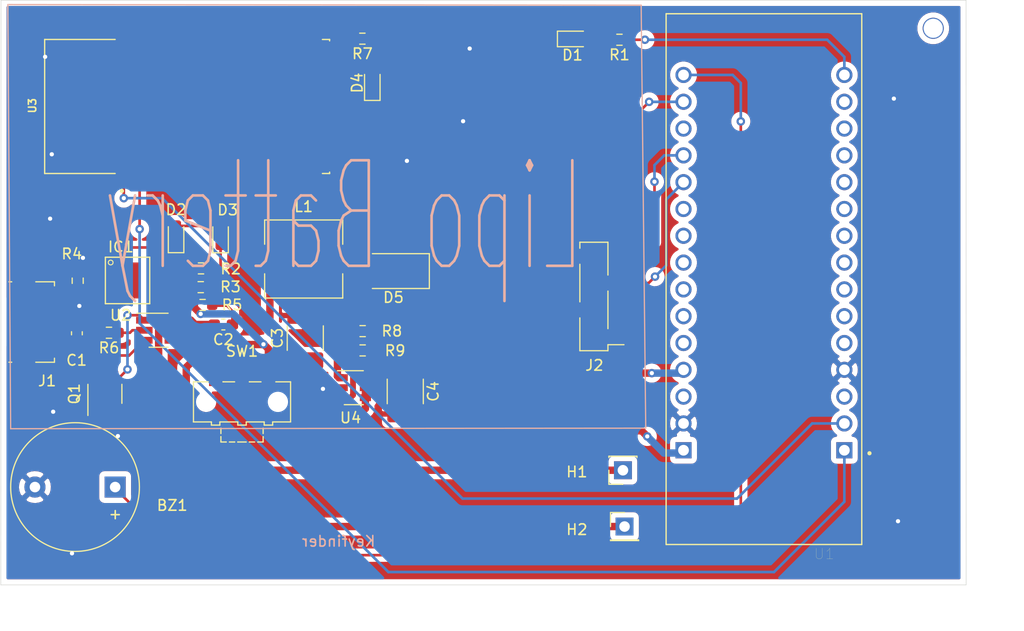
<source format=kicad_pcb>
(kicad_pcb (version 20171130) (host pcbnew 5.1.9-73d0e3b20d~88~ubuntu20.04.1)
  (layers (0 F.Cu signal hide) (31 B.Cu signal hide) (34 B.Paste user) (35 F.Paste user) (36 B.SilkS user) (37 F.SilkS user) (38 B.Mask user) (39 F.Mask user) (44 Edge.Cuts user))
  (net 0 "")
  (net 1 GNDREF)
  (net 2 +3V3)
  (net 3 +5V)
  (net 4 "Net-(C2-Pad2)")
  (net 5 "Net-(C2-Pad1)")
  (net 6 "Net-(C3-Pad1)")
  (net 7 "Net-(D2-Pad1)")
  (net 8 "Net-(D4-Pad2)")
  (net 9 "Net-(H1-Pad1)")
  (net 10 "Net-(IC1-Pad2)")
  (net 11 "Net-(IC1-Pad6)")
  (net 12 "Net-(IC1-Pad7)")
  (net 13 "Net-(J1-Pad2)")
  (net 14 "Net-(J1-Pad3)")
  (net 15 "Net-(J1-Pad4)")
  (net 16 "Net-(J1-Pad6)")
  (net 17 "Net-(Q1-Pad6)")
  (net 18 "Net-(Q1-Pad4)")
  (net 19 "Net-(R7-Pad2)")
  (net 20 "Net-(SW1-Pad1)")
  (net 21 +5VD)
  (net 22 +5VL)
  (net 23 "Net-(D1-Pad2)")
  (net 24 "Net-(D3-Pad1)")
  (net 25 "Net-(D5-Pad2)")
  (net 26 /RX-BL)
  (net 27 /TX-BL)
  (net 28 /TX-GPS)
  (net 29 /RX-GPS)
  (net 30 "Net-(R6-Pad1)")
  (net 31 "Net-(R8-Pad2)")
  (net 32 "Net-(BZ1-Pad1)")
  (net 33 "Net-(R1-Pad1)")
  (net 34 "Net-(U3-Pad4)")
  (net 35 "Net-(U4-Pad6)")
  (net 36 "Net-(U1-PadCN4_3)")
  (net 37 "Net-(U1-PadCN4_5)")
  (net 38 "Net-(U1-PadCN4_6)")
  (net 39 "Net-(U1-PadCN4_7)")
  (net 40 "Net-(U1-PadCN4_8)")
  (net 41 "Net-(U1-PadCN4_9)")
  (net 42 "Net-(U1-PadCN4_10)")
  (net 43 "Net-(U1-PadCN4_13)")
  (net 44 "Net-(U1-PadCN3_3)")
  (net 45 "Net-(U1-PadCN3_5)")
  (net 46 "Net-(U1-PadCN3_6)")
  (net 47 "Net-(U1-PadCN3_7)")
  (net 48 "Net-(U1-PadCN3_8)")
  (net 49 "Net-(U1-PadCN3_9)")
  (net 50 "Net-(U1-PadCN3_10)")
  (net 51 "Net-(U1-PadCN3_11)")
  (net 52 "Net-(U1-PadCN3_12)")
  (net 53 "Net-(U1-PadCN3_13)")
  (net 54 "Net-(U1-PadCN3_14)")
  (net 55 "Net-(U2-Pad4)")
  (net 56 "Net-(U3-Pad11)")
  (net 57 "Net-(U3-Pad10)")
  (net 58 "Net-(U3-Pad9)")
  (net 59 "Net-(U3-Pad8)")
  (net 60 "Net-(U3-Pad7)")
  (net 61 "Net-(U3-Pad6)")
  (net 62 "Net-(U3-Pad5)")
  (net 63 "Net-(U3-Pad3)")
  (net 64 "Net-(U3-Pad34)")
  (net 65 "Net-(U3-Pad33)")
  (net 66 "Net-(U3-Pad32)")
  (net 67 "Net-(U3-Pad30)")
  (net 68 "Net-(U3-Pad29)")
  (net 69 "Net-(U3-Pad28)")
  (net 70 "Net-(U3-Pad27)")
  (net 71 "Net-(U3-Pad26)")
  (net 72 "Net-(U3-Pad25)")
  (net 73 "Net-(U3-Pad24)")
  (net 74 "Net-(U3-Pad23)")
  (net 75 "Net-(U3-Pad20)")
  (net 76 "Net-(U3-Pad19)")
  (net 77 "Net-(U3-Pad18)")
  (net 78 "Net-(U3-Pad16)")
  (net 79 "Net-(U3-Pad15)")
  (net 80 "Net-(U3-Pad17)")
  (module mes_empreintes:SOP-8 (layer F.Cu) (at 50.0888 77.343)
    (fp_text reference IC1 (at -0.63517 -3.1759) (layer F.SilkS) (effects (font (size 1.000283 1.000283))))
    (fp_text value TP4056)
    (fp_poly (pts (xy -1.20026 -1.7) (xy 1.2 -1.7) (xy 1.2 1.70037) (xy -1.20026 1.70037)) (layer F.Cu) (width 0.01))
    (pad 4 smd rect (at -2.75 1.905) (size 1.3 0.7) (layers F.Cu F.Paste F.Mask) (net 21 +5VD))
    (pad 3 smd rect (at -2.75 0.635) (size 1.3 0.7) (layers F.Cu F.Paste F.Mask) (net 1 GNDREF))
    (pad 1 smd rect (at -2.75 -1.905) (size 1.3 0.7) (layers F.Cu F.Paste F.Mask) (net 1 GNDREF))
    (pad 2 smd rect (at -2.75 -0.635) (size 1.3 0.7) (layers F.Cu F.Paste F.Mask) (net 10 "Net-(IC1-Pad2)"))
    (pad 5 smd rect (at 2.75 1.905) (size 1.3 0.7) (layers F.Cu F.Paste F.Mask) (net 9 "Net-(H1-Pad1)"))
    (pad 6 smd rect (at 2.75 0.635) (size 1.3 0.7) (layers F.Cu F.Paste F.Mask) (net 11 "Net-(IC1-Pad6)"))
    (pad 8 smd rect (at 2.75 -1.905) (size 1.3 0.7) (layers F.Cu F.Paste F.Mask) (net 21 +5VD))
    (pad 7 smd rect (at 2.75 -0.635) (size 1.3 0.7) (layers F.Cu F.Paste F.Mask) (net 12 "Net-(IC1-Pad7)"))
  )
  (module Package_TO_SOT_SMD:SOT-23-6_Handsoldering (layer F.Cu) (at 53.02888 82.05976)
    (fp_text reference U2 (at -3.59792 -1.42236) (layer F.SilkS))
    (fp_text value FS312F-G)
    (pad 5 smd rect (at 1.35 0) (size 1.56 0.65) (layers F.Cu F.Paste F.Mask) (net 5 "Net-(C2-Pad1)"))
    (pad 6 smd rect (at 1.35 -0.95) (size 1.56 0.65) (layers F.Cu F.Paste F.Mask) (net 4 "Net-(C2-Pad2)"))
    (pad 4 smd rect (at 1.35 0.95) (size 1.56 0.65) (layers F.Cu F.Paste F.Mask) (net 55 "Net-(U2-Pad4)"))
    (pad 3 smd rect (at -1.35 0.95) (size 1.56 0.65) (layers F.Cu F.Paste F.Mask) (net 17 "Net-(Q1-Pad6)"))
    (pad 2 smd rect (at -1.35 0) (size 1.56 0.65) (layers F.Cu F.Paste F.Mask) (net 30 "Net-(R6-Pad1)"))
    (pad 1 smd rect (at -1.35 -0.95) (size 1.56 0.65) (layers F.Cu F.Paste F.Mask) (net 18 "Net-(Q1-Pad4)"))
  )
  (module Package_TO_SOT_SMD:SOT-23-6_Handsoldering (layer F.Cu) (at 47.94252 88.08468 90)
    (fp_text reference Q1 (at 0 -2.9 90) (layer F.SilkS))
    (fp_text value FS8205)
    (pad 5 smd rect (at 1.35 0 90) (size 1.56 0.65) (layers F.Cu F.Paste F.Mask))
    (pad 6 smd rect (at 1.35 -0.95 90) (size 1.56 0.65) (layers F.Cu F.Paste F.Mask) (net 17 "Net-(Q1-Pad6)"))
    (pad 4 smd rect (at 1.35 0.95 90) (size 1.56 0.65) (layers F.Cu F.Paste F.Mask) (net 18 "Net-(Q1-Pad4)"))
    (pad 3 smd rect (at -1.35 0.95 90) (size 1.56 0.65) (layers F.Cu F.Paste F.Mask) (net 4 "Net-(C2-Pad2)"))
    (pad 2 smd rect (at -1.35 0 90) (size 1.56 0.65) (layers F.Cu F.Paste F.Mask))
    (pad 1 smd rect (at -1.35 -0.95 90) (size 1.56 0.65) (layers F.Cu F.Paste F.Mask) (net 1 GNDREF))
  )
  (module Connector_PinHeader_2.54mm:PinHeader_1x04_P2.54mm_Vertical_SMD_Pin1Left (layer F.Cu) (at 94.2772 78.8594 180)
    (fp_text reference J2 (at -0.04572 -6.5278) (layer F.SilkS))
    (fp_text value GPS-NEO)
    (pad 4 smd rect (at 1.655 3.81 180) (size 2.51 1) (layers F.Cu F.Paste F.Mask) (net 3 +5V))
    (pad 2 smd rect (at 1.655 -1.27 180) (size 2.51 1) (layers F.Cu F.Paste F.Mask) (net 29 /RX-GPS))
    (pad 3 smd rect (at -1.655 1.27 180) (size 2.51 1) (layers F.Cu F.Paste F.Mask) (net 28 /TX-GPS))
    (pad 1 smd rect (at -1.655 -3.81 180) (size 2.51 1) (layers F.Cu F.Paste F.Mask) (net 1 GNDREF))
  )
  (module Inductor_SMD:L_7.3x7.3_H4.5 (layer F.Cu) (at 66.7766 75.311)
    (fp_text reference L1 (at -0.00252 -4.9606) (layer F.SilkS))
    (fp_text value 22µH)
    (pad 2 smd rect (at 3.2 0) (size 1.5 2.2) (layers F.Cu F.Paste F.Mask) (net 25 "Net-(D5-Pad2)"))
    (pad 1 smd rect (at -3.2 0) (size 1.5 2.2) (layers F.Cu F.Paste F.Mask) (net 6 "Net-(C3-Pad1)"))
  )
  (module Connector_PinHeader_2.54mm:PinHeader_1x01_P2.54mm_Vertical (layer F.Cu) (at 97.1804 100.6602)
    (fp_text reference H2 (at -4.51864 0.29212) (layer F.SilkS))
    (fp_text value BAT-)
    (pad 1 thru_hole rect (at 0 0) (size 1.7 1.7) (drill 1) (layers *.Cu *.Mask) (net 4 "Net-(C2-Pad2)"))
  )
  (module Connector_PinSocket_2.54mm:PinSocket_1x01_P2.54mm_Vertical (layer F.Cu) (at 97.028 95.3262 180)
    (fp_text reference H1 (at 4.36624 -0.16004) (layer F.SilkS))
    (fp_text value BAT+)
    (pad 1 thru_hole rect (at 0 0 180) (size 1.7 1.7) (drill 1) (layers *.Cu *.Mask) (net 9 "Net-(H1-Pad1)"))
  )
  (module Connector_USB:USB_Micro-B_Molex_47346-0001 (layer F.Cu) (at 41.4528 81.28 270)
    (fp_text reference J1 (at 5.5804 -1.01348) (layer F.SilkS))
    (fp_text value USB_B_Micro)
    (pad 6 smd rect (at 1.55 1.2 270) (size 1 1.9) (layers F.Cu F.Paste F.Mask) (net 16 "Net-(J1-Pad6)"))
    (pad 6 smd rect (at -1.15 1.2 270) (size 1.8 1.9) (layers F.Cu F.Paste F.Mask) (net 16 "Net-(J1-Pad6)"))
    (pad 6 smd rect (at 3.375 1.2 270) (size 1.65 1.3) (layers F.Cu F.Paste F.Mask) (net 16 "Net-(J1-Pad6)"))
    (pad 6 smd rect (at -3.375 1.2 270) (size 1.65 1.3) (layers F.Cu F.Paste F.Mask) (net 16 "Net-(J1-Pad6)"))
    (pad 6 smd rect (at 2.4875 -1.375 270) (size 1.425 1.55) (layers F.Cu F.Paste F.Mask) (net 16 "Net-(J1-Pad6)"))
    (pad 6 smd rect (at -2.4875 -1.375 270) (size 1.425 1.55) (layers F.Cu F.Paste F.Mask) (net 16 "Net-(J1-Pad6)"))
    (pad 5 smd rect (at 1.3 -1.46 270) (size 0.45 1.38) (layers F.Cu F.Paste F.Mask) (net 1 GNDREF))
    (pad 4 smd rect (at 0.65 -1.46 270) (size 0.45 1.38) (layers F.Cu F.Paste F.Mask) (net 15 "Net-(J1-Pad4)"))
    (pad 3 smd rect (at 0 -1.46 270) (size 0.45 1.38) (layers F.Cu F.Paste F.Mask) (net 14 "Net-(J1-Pad3)"))
    (pad 2 smd rect (at -0.65 -1.46 270) (size 0.45 1.38) (layers F.Cu F.Paste F.Mask) (net 13 "Net-(J1-Pad2)"))
    (pad 1 smd rect (at -1.3 -1.46 270) (size 0.45 1.38) (layers F.Cu F.Paste F.Mask) (net 21 +5VD))
  )
  (module Package_TO_SOT_SMD:SOT-23-6 (layer F.Cu) (at 71.5264 87.503)
    (fp_text reference U4 (at -0.30732 2.85752) (layer F.SilkS))
    (fp_text value MT3608)
    (pad 5 smd rect (at 1.1 0) (size 1.06 0.65) (layers F.Cu F.Paste F.Mask) (net 6 "Net-(C3-Pad1)"))
    (pad 6 smd rect (at 1.1 -0.95) (size 1.06 0.65) (layers F.Cu F.Paste F.Mask) (net 35 "Net-(U4-Pad6)"))
    (pad 4 smd rect (at 1.1 0.95) (size 1.06 0.65) (layers F.Cu F.Paste F.Mask) (net 6 "Net-(C3-Pad1)"))
    (pad 3 smd rect (at -1.1 0.95) (size 1.06 0.65) (layers F.Cu F.Paste F.Mask) (net 31 "Net-(R8-Pad2)"))
    (pad 2 smd rect (at -1.1 0) (size 1.06 0.65) (layers F.Cu F.Paste F.Mask) (net 1 GNDREF))
    (pad 1 smd rect (at -1.1 -0.95) (size 1.06 0.65) (layers F.Cu F.Paste F.Mask) (net 25 "Net-(D5-Pad2)"))
  )
  (module "HC-05(1):XCVR_HC-05" (layer F.Cu) (at 56.0578 60.8584 90)
    (fp_text reference U3 (at 0.07364 -14.98344 90) (layer F.SilkS) (effects (font (size 0.700643 0.700643))))
    (fp_text value HC-05)
    (pad 13 smd rect (at -6.35 11.675 90) (size 1.3 1) (layers F.Cu F.Paste F.Mask) (net 1 GNDREF))
    (pad 12 smd rect (at -6.35 10.175 90) (size 1.3 1) (layers F.Cu F.Paste F.Mask) (net 2 +3V3))
    (pad 11 smd rect (at -6.35 8.675 90) (size 1.3 1) (layers F.Cu F.Paste F.Mask) (net 56 "Net-(U3-Pad11)"))
    (pad 10 smd rect (at -6.35 7.175 90) (size 1.3 1) (layers F.Cu F.Paste F.Mask) (net 57 "Net-(U3-Pad10)"))
    (pad 9 smd rect (at -6.35 5.675 90) (size 1.3 1) (layers F.Cu F.Paste F.Mask) (net 58 "Net-(U3-Pad9)"))
    (pad 8 smd rect (at -6.35 4.175 90) (size 1.3 1) (layers F.Cu F.Paste F.Mask) (net 59 "Net-(U3-Pad8)"))
    (pad 7 smd rect (at -6.35 2.675 90) (size 1.3 1) (layers F.Cu F.Paste F.Mask) (net 60 "Net-(U3-Pad7)"))
    (pad 6 smd rect (at -6.35 1.175 90) (size 1.3 1) (layers F.Cu F.Paste F.Mask) (net 61 "Net-(U3-Pad6)"))
    (pad 5 smd rect (at -6.35 -0.325 90) (size 1.3 1) (layers F.Cu F.Paste F.Mask) (net 62 "Net-(U3-Pad5)"))
    (pad 4 smd rect (at -6.35 -1.825 90) (size 1.3 1) (layers F.Cu F.Paste F.Mask) (net 34 "Net-(U3-Pad4)"))
    (pad 3 smd rect (at -6.35 -3.325 90) (size 1.3 1) (layers F.Cu F.Paste F.Mask) (net 63 "Net-(U3-Pad3)"))
    (pad 2 smd rect (at -6.35 -4.825 90) (size 1.3 1) (layers F.Cu F.Paste F.Mask) (net 27 /TX-BL))
    (pad 1 smd rect (at -6.35 -6.325 90) (size 1.3 1) (layers F.Cu F.Paste F.Mask) (net 26 /RX-BL))
    (pad 34 smd rect (at 6.35 -6.325 90) (size 1.3 1) (layers F.Cu F.Paste F.Mask) (net 64 "Net-(U3-Pad34)"))
    (pad 33 smd rect (at 6.35 -4.825 90) (size 1.3 1) (layers F.Cu F.Paste F.Mask) (net 65 "Net-(U3-Pad33)"))
    (pad 32 smd rect (at 6.35 -3.325 90) (size 1.3 1) (layers F.Cu F.Paste F.Mask) (net 66 "Net-(U3-Pad32)"))
    (pad 31 smd rect (at 6.35 -1.825 90) (size 1.3 1) (layers F.Cu F.Paste F.Mask) (net 19 "Net-(R7-Pad2)"))
    (pad 30 smd rect (at 6.35 -0.325 90) (size 1.3 1) (layers F.Cu F.Paste F.Mask) (net 67 "Net-(U3-Pad30)"))
    (pad 29 smd rect (at 6.35 1.175 90) (size 1.3 1) (layers F.Cu F.Paste F.Mask) (net 68 "Net-(U3-Pad29)"))
    (pad 28 smd rect (at 6.35 2.675 90) (size 1.3 1) (layers F.Cu F.Paste F.Mask) (net 69 "Net-(U3-Pad28)"))
    (pad 27 smd rect (at 6.35 4.175 90) (size 1.3 1) (layers F.Cu F.Paste F.Mask) (net 70 "Net-(U3-Pad27)"))
    (pad 26 smd rect (at 6.35 5.675 90) (size 1.3 1) (layers F.Cu F.Paste F.Mask) (net 71 "Net-(U3-Pad26)"))
    (pad 25 smd rect (at 6.35 7.175 90) (size 1.3 1) (layers F.Cu F.Paste F.Mask) (net 72 "Net-(U3-Pad25)"))
    (pad 24 smd rect (at 6.35 8.675 90) (size 1.3 1) (layers F.Cu F.Paste F.Mask) (net 73 "Net-(U3-Pad24)"))
    (pad 23 smd rect (at 6.35 10.175 90) (size 1.3 1) (layers F.Cu F.Paste F.Mask) (net 74 "Net-(U3-Pad23)"))
    (pad 22 smd rect (at 6.35 11.675 90) (size 1.3 1) (layers F.Cu F.Paste F.Mask) (net 1 GNDREF))
    (pad 21 smd rect (at 5.25 13.175 90) (size 1 1.3) (layers F.Cu F.Paste F.Mask) (net 1 GNDREF))
    (pad 20 smd rect (at 3.75 13.175 90) (size 1 1.3) (layers F.Cu F.Paste F.Mask) (net 75 "Net-(U3-Pad20)"))
    (pad 19 smd rect (at 2.25 13.175 90) (size 1 1.3) (layers F.Cu F.Paste F.Mask) (net 76 "Net-(U3-Pad19)"))
    (pad 18 smd rect (at 0.75 13.175 90) (size 1 1.3) (layers F.Cu F.Paste F.Mask) (net 77 "Net-(U3-Pad18)"))
    (pad 16 smd rect (at -2.25 13.175 90) (size 1 1.3) (layers F.Cu F.Paste F.Mask) (net 78 "Net-(U3-Pad16)"))
    (pad 15 smd rect (at -3.75 13.175 90) (size 1 1.3) (layers F.Cu F.Paste F.Mask) (net 79 "Net-(U3-Pad15)"))
    (pad 14 smd rect (at -5.25 13.175 90) (size 1 1.3) (layers F.Cu F.Paste F.Mask))
    (pad 17 smd rect (at -0.75 13.175 90) (size 1 1.3) (layers F.Cu F.Paste F.Mask) (net 80 "Net-(U3-Pad17)"))
  )
  (module mes_empreintes:MODULE_NUCLEO-L432KC (layer F.Cu) (at 110.3884 77.216 180)
    (fp_text reference U1 (at -5.715 -26.035) (layer F.SilkS) (effects (font (thickness 0.015))))
    (fp_text value NucleoBoard)
    (pad CN4_1 thru_hole rect (at 7.62 -16.215 180) (size 1.53 1.53) (drill 1.02) (layers *.Cu *.Mask) (net 22 +5VL))
    (pad CN4_2 thru_hole circle (at 7.62 -13.675 180) (size 1.53 1.53) (drill 1.02) (layers *.Cu *.Mask) (net 1 GNDREF))
    (pad CN4_3 thru_hole circle (at 7.62 -11.135 180) (size 1.53 1.53) (drill 1.02) (layers *.Cu *.Mask) (net 36 "Net-(U1-PadCN4_3)"))
    (pad CN4_4 thru_hole circle (at 7.62 -8.595 180) (size 1.53 1.53) (drill 1.02) (layers *.Cu *.Mask) (net 3 +5V))
    (pad CN4_5 thru_hole circle (at 7.62 -6.055 180) (size 1.53 1.53) (drill 1.02) (layers *.Cu *.Mask) (net 37 "Net-(U1-PadCN4_5)"))
    (pad CN4_6 thru_hole circle (at 7.62 -3.515 180) (size 1.53 1.53) (drill 1.02) (layers *.Cu *.Mask) (net 38 "Net-(U1-PadCN4_6)"))
    (pad CN4_7 thru_hole circle (at 7.62 -0.975 180) (size 1.53 1.53) (drill 1.02) (layers *.Cu *.Mask) (net 39 "Net-(U1-PadCN4_7)"))
    (pad CN4_8 thru_hole circle (at 7.62 1.565 180) (size 1.53 1.53) (drill 1.02) (layers *.Cu *.Mask) (net 40 "Net-(U1-PadCN4_8)"))
    (pad CN4_9 thru_hole circle (at 7.62 4.105 180) (size 1.53 1.53) (drill 1.02) (layers *.Cu *.Mask) (net 41 "Net-(U1-PadCN4_9)"))
    (pad CN4_10 thru_hole circle (at 7.62 6.645 180) (size 1.53 1.53) (drill 1.02) (layers *.Cu *.Mask) (net 42 "Net-(U1-PadCN4_10)"))
    (pad CN4_11 thru_hole circle (at 7.62 9.185 180) (size 1.53 1.53) (drill 1.02) (layers *.Cu *.Mask) (net 28 /TX-GPS))
    (pad CN4_12 thru_hole circle (at 7.62 11.725 180) (size 1.53 1.53) (drill 1.02) (layers *.Cu *.Mask) (net 29 /RX-GPS))
    (pad CN4_13 thru_hole circle (at 7.62 14.265 180) (size 1.53 1.53) (drill 1.02) (layers *.Cu *.Mask) (net 43 "Net-(U1-PadCN4_13)"))
    (pad CN4_14 thru_hole circle (at 7.62 16.805 180) (size 1.53 1.53) (drill 1.02) (layers *.Cu *.Mask) (net 2 +3V3))
    (pad CN4_15 thru_hole circle (at 7.62 19.345 180) (size 1.53 1.53) (drill 1.02) (layers *.Cu *.Mask) (net 32 "Net-(BZ1-Pad1)"))
    (pad CN3_1 thru_hole rect (at -7.62 -16.215 180) (size 1.53 1.53) (drill 1.02) (layers *.Cu *.Mask) (net 27 /TX-BL))
    (pad CN3_2 thru_hole circle (at -7.62 -13.675 180) (size 1.53 1.53) (drill 1.02) (layers *.Cu *.Mask) (net 26 /RX-BL))
    (pad CN3_3 thru_hole circle (at -7.62 -11.135 180) (size 1.53 1.53) (drill 1.02) (layers *.Cu *.Mask) (net 44 "Net-(U1-PadCN3_3)"))
    (pad CN3_4 thru_hole circle (at -7.62 -8.595 180) (size 1.53 1.53) (drill 1.02) (layers *.Cu *.Mask) (net 1 GNDREF))
    (pad CN3_5 thru_hole circle (at -7.62 -6.055 180) (size 1.53 1.53) (drill 1.02) (layers *.Cu *.Mask) (net 45 "Net-(U1-PadCN3_5)"))
    (pad CN3_6 thru_hole circle (at -7.62 -3.515 180) (size 1.53 1.53) (drill 1.02) (layers *.Cu *.Mask) (net 46 "Net-(U1-PadCN3_6)"))
    (pad CN3_7 thru_hole circle (at -7.62 -0.975 180) (size 1.53 1.53) (drill 1.02) (layers *.Cu *.Mask) (net 47 "Net-(U1-PadCN3_7)"))
    (pad CN3_8 thru_hole circle (at -7.62 1.565 180) (size 1.53 1.53) (drill 1.02) (layers *.Cu *.Mask) (net 48 "Net-(U1-PadCN3_8)"))
    (pad CN3_9 thru_hole circle (at -7.62 4.105 180) (size 1.53 1.53) (drill 1.02) (layers *.Cu *.Mask) (net 49 "Net-(U1-PadCN3_9)"))
    (pad CN3_10 thru_hole circle (at -7.62 6.645 180) (size 1.53 1.53) (drill 1.02) (layers *.Cu *.Mask) (net 50 "Net-(U1-PadCN3_10)"))
    (pad CN3_11 thru_hole circle (at -7.62 9.185 180) (size 1.53 1.53) (drill 1.02) (layers *.Cu *.Mask) (net 51 "Net-(U1-PadCN3_11)"))
    (pad CN3_12 thru_hole circle (at -7.62 11.725 180) (size 1.53 1.53) (drill 1.02) (layers *.Cu *.Mask) (net 52 "Net-(U1-PadCN3_12)"))
    (pad CN3_13 thru_hole circle (at -7.62 14.265 180) (size 1.53 1.53) (drill 1.02) (layers *.Cu *.Mask) (net 53 "Net-(U1-PadCN3_13)"))
    (pad CN3_14 thru_hole circle (at -7.62 16.805 180) (size 1.53 1.53) (drill 1.02) (layers *.Cu *.Mask) (net 54 "Net-(U1-PadCN3_14)"))
    (pad CN3_15 thru_hole circle (at -7.62 19.345 180) (size 1.53 1.53) (drill 1.02) (layers *.Cu *.Mask) (net 33 "Net-(R1-Pad1)"))
  )
  (module LED_SMD:LED_0603_1608Metric_Pad1.05x0.95mm_HandSolder (layer F.Cu) (at 73.279 58.6232 90)
    (fp_text reference D4 (at 0 -1.43 90) (layer F.SilkS))
    (fp_text value LED-BLUE)
    (pad 2 smd roundrect (at 0.875 0 90) (size 1.05 0.95) (layers F.Cu F.Paste F.Mask) (net 8 "Net-(D4-Pad2)"))
    (pad 1 smd roundrect (at -0.875 0 90) (size 1.05 0.95) (layers F.Cu F.Paste F.Mask) (net 1 GNDREF))
  )
  (module Resistor_SMD:R_0603_1608Metric_Pad0.98x0.95mm_HandSolder (layer F.Cu) (at 72.3646 83.9724)
    (fp_text reference R9 (at 3.0734 0.0254) (layer F.SilkS))
    (fp_text value 1K)
    (pad 2 smd roundrect (at 0.9125 0) (size 0.975 0.95) (layers F.Cu F.Paste F.Mask) (net 1 GNDREF))
    (pad 1 smd roundrect (at -0.9125 0) (size 0.975 0.95) (layers F.Cu F.Paste F.Mask) (net 31 "Net-(R8-Pad2)"))
  )
  (module Diode_SMD:D_SMA (layer F.Cu) (at 75.2856 76.454 180)
    (fp_text reference D5 (at 0 -2.5) (layer F.SilkS))
    (fp_text value "SS34 ")
    (pad 2 smd rect (at 2 0 180) (size 2.5 1.8) (layers F.Cu F.Paste F.Mask) (net 25 "Net-(D5-Pad2)"))
    (pad 1 smd rect (at -2 0 180) (size 2.5 1.8) (layers F.Cu F.Paste F.Mask) (net 22 +5VL))
  )
  (module Button_Switch_SMD:SW_SPDT_CK-JS102011SAQN (layer F.Cu) (at 60.9346 88.8492)
    (fp_text reference SW1 (at 0 -4.8) (layer F.SilkS))
    (fp_text value SW_SPDT)
    (pad "" np_thru_hole circle (at 3.4 0) (size 0.9 0.9) (drill 0.9) (layers *.Cu *.Mask))
    (pad "" np_thru_hole circle (at -3.4 0) (size 0.9 0.9) (drill 0.9) (layers *.Cu *.Mask))
    (pad 3 smd rect (at 2.5 -2.75) (size 1.25 2.5) (layers F.Cu F.Paste F.Mask) (net 9 "Net-(H1-Pad1)"))
    (pad 2 smd rect (at 0 -2.75) (size 1.25 2.5) (layers F.Cu F.Paste F.Mask) (net 6 "Net-(C3-Pad1)"))
    (pad 1 smd rect (at -2.5 -2.75) (size 1.25 2.5) (layers F.Cu F.Paste F.Mask) (net 20 "Net-(SW1-Pad1)"))
  )
  (module Resistor_SMD:R_0603_1608Metric_Pad0.98x0.95mm_HandSolder (layer F.Cu) (at 72.3646 82.1436 180)
    (fp_text reference R8 (at -2.7686 0) (layer F.SilkS))
    (fp_text value 7,5K)
    (pad 2 smd roundrect (at 0.9125 0 180) (size 0.975 0.95) (layers F.Cu F.Paste F.Mask) (net 31 "Net-(R8-Pad2)"))
    (pad 1 smd roundrect (at -0.9125 0 180) (size 0.975 0.95) (layers F.Cu F.Paste F.Mask) (net 22 +5VL))
  )
  (module Resistor_SMD:R_0603_1608Metric_Pad0.98x0.95mm_HandSolder (layer F.Cu) (at 72.3392 54.4322 180)
    (fp_text reference R7 (at 0 -1.43) (layer F.SilkS))
    (fp_text value 47)
    (pad 2 smd roundrect (at 0.9125 0 180) (size 0.975 0.95) (layers F.Cu F.Paste F.Mask) (net 19 "Net-(R7-Pad2)"))
    (pad 1 smd roundrect (at -0.9125 0 180) (size 0.975 0.95) (layers F.Cu F.Paste F.Mask) (net 8 "Net-(D4-Pad2)"))
  )
  (module Resistor_SMD:R_0603_1608Metric_Pad0.98x0.95mm_HandSolder (layer F.Cu) (at 48.3286 82.29856 180)
    (fp_text reference R6 (at 0 -1.43) (layer F.SilkS))
    (fp_text value 2K)
    (pad 2 smd roundrect (at 0.9125 0 180) (size 0.975 0.95) (layers F.Cu F.Paste F.Mask) (net 1 GNDREF))
    (pad 1 smd roundrect (at -0.9125 0 180) (size 0.975 0.95) (layers F.Cu F.Paste F.Mask) (net 30 "Net-(R6-Pad1)"))
  )
  (module Resistor_SMD:R_0603_1608Metric_Pad0.98x0.95mm_HandSolder (layer F.Cu) (at 57.19828 79.66204)
    (fp_text reference R5 (at 2.794 0) (layer F.SilkS))
    (fp_text value 100)
    (pad 2 smd roundrect (at 0.9125 0) (size 0.975 0.95) (layers F.Cu F.Paste F.Mask) (net 5 "Net-(C2-Pad1)"))
    (pad 1 smd roundrect (at -0.9125 0) (size 0.975 0.95) (layers F.Cu F.Paste F.Mask) (net 9 "Net-(H1-Pad1)"))
  )
  (module Resistor_SMD:R_0603_1608Metric_Pad0.98x0.95mm_HandSolder (layer F.Cu) (at 45.3644 77.3684 270)
    (fp_text reference R4 (at -2.54 0.5588 180) (layer F.SilkS))
    (fp_text value 2K)
    (pad 2 smd roundrect (at 0.9125 0 270) (size 0.975 0.95) (layers F.Cu F.Paste F.Mask) (net 1 GNDREF))
    (pad 1 smd roundrect (at -0.9125 0 270) (size 0.975 0.95) (layers F.Cu F.Paste F.Mask) (net 10 "Net-(IC1-Pad2)"))
  )
  (module Resistor_SMD:R_0603_1608Metric_Pad0.98x0.95mm_HandSolder (layer F.Cu) (at 57.023 77.978)
    (fp_text reference R3 (at 2.8194 -0.0254) (layer F.SilkS))
    (fp_text value 1K)
    (pad 2 smd roundrect (at 0.9125 0) (size 0.975 0.95) (layers F.Cu F.Paste F.Mask) (net 24 "Net-(D3-Pad1)"))
    (pad 1 smd roundrect (at -0.9125 0) (size 0.975 0.95) (layers F.Cu F.Paste F.Mask) (net 11 "Net-(IC1-Pad6)"))
  )
  (module Resistor_SMD:R_0603_1608Metric_Pad0.98x0.95mm_HandSolder (layer F.Cu) (at 57.0484 76.2)
    (fp_text reference R2 (at 2.8194 0.0508) (layer F.SilkS))
    (fp_text value 1K)
    (pad 2 smd roundrect (at 0.9125 0) (size 0.975 0.95) (layers F.Cu F.Paste F.Mask) (net 7 "Net-(D2-Pad1)"))
    (pad 1 smd roundrect (at -0.9125 0) (size 0.975 0.95) (layers F.Cu F.Paste F.Mask) (net 12 "Net-(IC1-Pad7)"))
  )
  (module LED_SMD:LED_0603_1608Metric_Pad1.05x0.95mm_HandSolder (layer F.Cu) (at 58.9026 73.0618 90)
    (fp_text reference D3 (at 2.40152 0.67312 180) (layer F.SilkS))
    (fp_text value LED-GREEN)
    (pad 2 smd roundrect (at 0.875 0 90) (size 1.05 0.95) (layers F.Cu F.Paste F.Mask) (net 21 +5VD))
    (pad 1 smd roundrect (at -0.875 0 90) (size 1.05 0.95) (layers F.Cu F.Paste F.Mask) (net 24 "Net-(D3-Pad1)"))
  )
  (module LED_SMD:LED_0603_1608Metric_Pad1.05x0.95mm_HandSolder (layer F.Cu) (at 54.6862 73.0504 90)
    (fp_text reference D2 (at 2.41552 -0.01268 180) (layer F.SilkS))
    (fp_text value LED-RED)
    (pad 2 smd roundrect (at 0.875 0 90) (size 1.05 0.95) (layers F.Cu F.Paste F.Mask) (net 21 +5VD))
    (pad 1 smd roundrect (at -0.875 0 90) (size 1.05 0.95) (layers F.Cu F.Paste F.Mask) (net 7 "Net-(D2-Pad1)"))
  )
  (module Capacitor_SMD:C_1812_4532Metric_Pad1.57x3.40mm_HandSolder (layer F.Cu) (at 76.4032 87.8586 270)
    (fp_text reference C4 (at 0 -2.65 90) (layer F.SilkS))
    (fp_text value 22µF)
    (pad 2 smd roundrect (at 2.1375 0 270) (size 1.575 3.4) (layers F.Cu F.Paste F.Mask) (roundrect_rratio 0.1587288888888889) (net 1 GNDREF))
    (pad 1 smd roundrect (at -2.1375 0 270) (size 1.575 3.4) (layers F.Cu F.Paste F.Mask) (roundrect_rratio 0.1587288888888889) (net 22 +5VL))
  )
  (module Capacitor_SMD:C_1812_4532Metric_Pad1.57x3.40mm_HandSolder (layer F.Cu) (at 66.929 82.804 90)
    (fp_text reference C3 (at 0 -2.65 90) (layer F.SilkS))
    (fp_text value 22µF)
    (pad 2 smd roundrect (at 2.1375 0 90) (size 1.575 3.4) (layers F.Cu F.Paste F.Mask) (roundrect_rratio 0.1587288888888889) (net 1 GNDREF))
    (pad 1 smd roundrect (at -2.1375 0 90) (size 1.575 3.4) (layers F.Cu F.Paste F.Mask) (roundrect_rratio 0.1587288888888889) (net 6 "Net-(C3-Pad1)"))
  )
  (module Capacitor_SMD:C_0603_1608Metric_Pad1.08x0.95mm_HandSolder (layer F.Cu) (at 59.16424 81.51624 180)
    (fp_text reference C2 (at 0 -1.43) (layer F.SilkS))
    (fp_text value 0.1µF)
    (pad 2 smd roundrect (at 0.8625 0 180) (size 1.075 0.95) (layers F.Cu F.Paste F.Mask) (net 4 "Net-(C2-Pad2)"))
    (pad 1 smd roundrect (at -0.8625 0 180) (size 1.075 0.95) (layers F.Cu F.Paste F.Mask) (net 5 "Net-(C2-Pad1)"))
  )
  (module Capacitor_SMD:C_0603_1608Metric_Pad1.08x0.95mm_HandSolder (layer F.Cu) (at 45.2882 82.3468 270)
    (fp_text reference C1 (at 2.5578 0.02792 180) (layer F.SilkS))
    (fp_text value 10µF)
    (pad 2 smd roundrect (at 0.8625 0 270) (size 1.075 0.95) (layers F.Cu F.Paste F.Mask) (net 1 GNDREF))
    (pad 1 smd roundrect (at -0.8625 0 270) (size 1.075 0.95) (layers F.Cu F.Paste F.Mask) (net 21 +5VD))
  )
  (module Resistor_SMD:R_0603_1608Metric_Pad0.98x0.95mm_HandSolder (layer F.Cu) (at 96.6978 54.5338 180)
    (fp_text reference R1 (at 0 -1.43) (layer F.SilkS))
    (fp_text value 120)
    (pad 2 smd roundrect (at 0.9125 0 180) (size 0.975 0.95) (layers F.Cu F.Paste F.Mask) (net 23 "Net-(D1-Pad2)"))
    (pad 1 smd roundrect (at -0.9125 0 180) (size 0.975 0.95) (layers F.Cu F.Paste F.Mask) (net 33 "Net-(R1-Pad1)"))
  )
  (module LED_SMD:LED_0603_1608Metric_Pad1.05x0.95mm_HandSolder (layer F.Cu) (at 92.4814 54.4576)
    (fp_text reference D1 (at -0.2362 1.53164) (layer F.SilkS))
    (fp_text value LED-GREEN)
    (pad 2 smd roundrect (at 0.875 0) (size 1.05 0.95) (layers F.Cu F.Paste F.Mask) (net 23 "Net-(D1-Pad2)"))
    (pad 1 smd roundrect (at -0.875 0) (size 1.05 0.95) (layers F.Cu F.Paste F.Mask) (net 1 GNDREF))
  )
  (module Buzzer_Beeper:Buzzer_12x9.5RM7.6 (layer F.Cu) (at 48.9128 96.9188 180)
    (fp_text reference BZ1 (at -5.40512 -1.73736) (layer F.SilkS))
    (fp_text value Buzzer)
    (fp_text user + (at -0.01 -2.54) (layer F.SilkS))
    (pad 1 thru_hole rect (at 0 0 180) (size 2 2) (drill 1) (layers *.Cu *.Mask) (net 32 "Net-(BZ1-Pad1)"))
    (pad 2 thru_hole circle (at 7.6 0 180) (size 2 2) (drill 1) (layers *.Cu *.Mask) (net 1 GNDREF))
  )
  (gr_text "Keyfinder\n" (at 70.08624 102.05468) (layer B.SilkS) (effects (font (size 1 1)) (justify mirror)))
  (gr_line (start 38.74772 51.1988) (end 98.7552 51.2572) (layer B.SilkS) (width 0.12))
  (gr_text "Lipo Battery\n" (at 70.56376 71.341) (layer B.SilkS) (effects (font (size 10 5) (thickness 0.25)) (justify mirror)))
  (gr_line (start 39.01188 91.39684) (end 38.74772 51.1988) (layer B.SilkS) (width 0.12))
  (gr_line (start 99.187 91.3384) (end 39.0144 91.3892) (layer B.SilkS) (width 0.12))
  (gr_line (start 98.7552 51.2572) (end 99.18956 91.34096) (layer B.SilkS) (width 0.12))
  (gr_line (start 129.54 50.8) (end 38.1 50.8) (layer Edge.Cuts) (width 0.05))
  (gr_line (start 129.54764 106.1898) (end 129.54 50.8) (layer Edge.Cuts) (width 0.05))
  (gr_line (start 38.08224 106.1898) (end 129.54764 106.1898) (layer Edge.Cuts) (width 0.05))
  (gr_line (start 38.1 50.8) (end 38.08224 106.1898) (layer Edge.Cuts) (width 0.05))
  (via (at 126.42852 53.44924) (size 2) (drill 1.8) (layers F.Cu B.Cu) (net 0))
  (segment (start 91.6064 54.4576) (end 85.6336 54.4576) (width 0.25) (layer F.Cu) (net 1))
  (segment (start 80.593 59.4982) (end 73.279 59.4982) (width 0.25) (layer F.Cu) (net 1))
  (segment (start 85.6336 54.4576) (end 80.593 59.4982) (width 0.25) (layer F.Cu) (net 1))
  (segment (start 45.3644 78.2809) (end 45.97086 78.2809) (width 0.25) (layer F.Cu) (net 1))
  (segment (start 46.27376 77.978) (end 47.3388 77.978) (width 0.25) (layer F.Cu) (net 1))
  (segment (start 45.97086 78.2809) (end 46.27376 77.978) (width 0.25) (layer F.Cu) (net 1))
  (segment (start 47.3388 77.978) (end 47.7266 77.978) (width 0.25) (layer F.Cu) (net 1))
  (segment (start 44.6589 82.58) (end 45.2882 83.2093) (width 0.25) (layer F.Cu) (net 1))
  (segment (start 42.9128 82.58) (end 44.6589 82.58) (width 0.25) (layer F.Cu) (net 1))
  (via (at 122.6998 60.1142) (size 0.8) (drill 0.4) (layers F.Cu B.Cu) (net 1))
  (via (at 123.09096 100.15476) (size 0.8) (drill 0.4) (layers F.Cu B.Cu) (net 1))
  (via (at 43.04032 89.7814) (size 0.8) (drill 0.4) (layers F.Cu B.Cu) (net 1))
  (via (at 44.8234 103.19768) (size 0.8) (drill 0.4) (layers F.Cu B.Cu) (net 1))
  (via (at 49.17188 92.08772) (size 0.8) (drill 0.4) (layers F.Cu B.Cu) (net 1))
  (via (at 42.27832 56.1518) (size 0.8) (drill 0.4) (layers F.Cu B.Cu) (net 1))
  (via (at 42.90824 65.38724) (size 0.8) (drill 0.4) (layers F.Cu B.Cu) (net 1))
  (via (at 42.75076 71.48832) (size 0.8) (drill 0.4) (layers F.Cu B.Cu) (net 1))
  (via (at 82.50684 55.36948) (size 0.8) (drill 0.4) (layers F.Cu B.Cu) (net 1))
  (via (at 81.882 62.25288) (size 0.8) (drill 0.4) (layers F.Cu B.Cu) (net 1))
  (via (at 76.55816 66.01208) (size 0.8) (drill 0.4) (layers F.Cu B.Cu) (net 1))
  (via (at 68.60288 87.61732) (size 0.8) (drill 0.4) (layers F.Cu B.Cu) (net 1))
  (segment (start 70.31208 87.61732) (end 70.4264 87.503) (width 0.25) (layer F.Cu) (net 1))
  (segment (start 68.60288 87.61732) (end 70.31208 87.61732) (width 0.25) (layer F.Cu) (net 1))
  (via (at 45.85972 75.2018) (size 0.8) (drill 0.4) (layers F.Cu B.Cu) (net 1))
  (via (at 45.51936 79.75856) (size 0.8) (drill 0.4) (layers F.Cu B.Cu) (net 1))
  (segment (start 66.2328 67.2084) (end 66.2328 69.1538) (width 0.25) (layer F.Cu) (net 2))
  (segment (start 66.2328 69.1538) (end 67.3532 70.2742) (width 0.25) (layer F.Cu) (net 2))
  (segment (start 67.3532 70.2742) (end 87.6478 70.2742) (width 0.25) (layer F.Cu) (net 2))
  (segment (start 87.6478 70.2742) (end 89.6036 70.2742) (width 0.25) (layer F.Cu) (net 2))
  (segment (start 89.6036 70.2742) (end 89.6544 70.2742) (width 0.25) (layer F.Cu) (net 2))
  (segment (start 89.6036 70.2742) (end 89.8322 70.2742) (width 0.25) (layer F.Cu) (net 2))
  (segment (start 89.6544 70.2742) (end 99.5096 60.419) (width 0.25) (layer F.Cu) (net 2))
  (segment (start 99.5096 60.419) (end 99.5096 60.419) (width 0.25) (layer F.Cu) (net 2))
  (via (at 99.5096 60.419) (size 0.8) (drill 0.4) (layers F.Cu B.Cu) (net 2))
  (segment (start 102.7604 60.419) (end 102.7684 60.411) (width 0.25) (layer B.Cu) (net 2))
  (segment (start 99.5096 60.419) (end 102.7604 60.419) (width 0.25) (layer B.Cu) (net 2))
  (segment (start 92.6222 75.0494) (end 88.7908 75.0494) (width 0.7) (layer F.Cu) (net 3))
  (segment (start 88.7908 75.0494) (end 87.6732 76.167) (width 0.7) (layer F.Cu) (net 3))
  (segment (start 87.6732 76.167) (end 87.6732 82.517) (width 0.7) (layer F.Cu) (net 3))
  (segment (start 87.6732 82.517) (end 91.28 86.1238) (width 0.7) (layer F.Cu) (net 3))
  (segment (start 91.28 86.1238) (end 99.7636 86.1238) (width 0.7) (layer F.Cu) (net 3))
  (segment (start 99.7636 86.1238) (end 99.7636 86.1238) (width 0.25) (layer F.Cu) (net 3))
  (via (at 99.7636 86.1238) (size 0.8) (drill 0.4) (layers F.Cu B.Cu) (net 3))
  (segment (start 102.4556 86.1238) (end 102.7684 85.811) (width 0.25) (layer B.Cu) (net 3))
  (segment (start 99.7636 86.1238) (end 102.4556 86.1238) (width 0.7) (layer B.Cu) (net 3))
  (segment (start 52.2758 88.1504) (end 53.0606 87.3656) (width 0.7) (layer F.Cu) (net 4))
  (segment (start 52.2428 88.1504) (end 52.2758 88.1504) (width 0.25) (layer F.Cu) (net 4))
  (segment (start 54.0258 81.153) (end 53.5432 81.153) (width 0.7) (layer F.Cu) (net 4))
  (segment (start 53.03268 81.64324) (end 53.03268 87.37324) (width 0.7) (layer F.Cu) (net 4))
  (segment (start 54.0258 81.153) (end 54.991 81.153) (width 0.7) (layer F.Cu) (net 4))
  (segment (start 97.1804 100.6602) (end 58.2676 100.6602) (width 0.7) (layer F.Cu) (net 4))
  (segment (start 52.2428 94.6354) (end 52.2428 88.1504) (width 0.7) (layer F.Cu) (net 4))
  (segment (start 58.2676 100.6602) (end 52.2428 94.6354) (width 0.7) (layer F.Cu) (net 4))
  (segment (start 50.95852 89.43468) (end 52.2428 88.1504) (width 0.7) (layer F.Cu) (net 4))
  (segment (start 48.89252 89.43468) (end 50.95852 89.43468) (width 0.7) (layer F.Cu) (net 4))
  (segment (start 57.9363 81.5086) (end 57.9363 81.8755) (width 0.25) (layer F.Cu) (net 4))
  (segment (start 54.37888 81.10976) (end 56.08568 81.10976) (width 0.7) (layer F.Cu) (net 4))
  (segment (start 56.49216 81.51624) (end 58.30174 81.51624) (width 0.7) (layer F.Cu) (net 4))
  (segment (start 56.08568 81.10976) (end 56.49216 81.51624) (width 0.7) (layer F.Cu) (net 4))
  (segment (start 52.98948 81.60516) (end 53.47972 81.11492) (width 0.55) (layer F.Cu) (net 4))
  (segment (start 53.03268 81.64324) (end 53.05296 81.64324) (width 0.25) (layer F.Cu) (net 4))
  (segment (start 57.9363 79.7806) (end 57.9863 79.7306) (width 0.25) (layer F.Cu) (net 5))
  (segment (start 57.9863 79.7306) (end 59.50712 79.7306) (width 0.25) (layer F.Cu) (net 5))
  (segment (start 60.02674 80.25022) (end 60.02674 81.51624) (width 0.25) (layer F.Cu) (net 5))
  (segment (start 59.50712 79.7306) (end 60.02674 80.25022) (width 0.25) (layer F.Cu) (net 5))
  (segment (start 60.02674 81.99124) (end 59.28762 82.73036) (width 0.25) (layer F.Cu) (net 5))
  (segment (start 60.02674 81.51624) (end 60.02674 81.99124) (width 0.25) (layer F.Cu) (net 5))
  (segment (start 59.28762 82.73036) (end 56.33468 82.73036) (width 0.25) (layer F.Cu) (net 5))
  (segment (start 55.66408 82.05976) (end 54.37888 82.05976) (width 0.25) (layer F.Cu) (net 5))
  (segment (start 56.33468 82.73036) (end 55.66408 82.05976) (width 0.25) (layer F.Cu) (net 5))
  (segment (start 60.9346 86.0992) (end 60.9346 88.9254) (width 0.7) (layer F.Cu) (net 6))
  (segment (start 60.9346 88.9254) (end 62.4078 90.3986) (width 0.7) (layer F.Cu) (net 6))
  (segment (start 62.4078 90.3986) (end 66.167 90.3986) (width 0.7) (layer F.Cu) (net 6))
  (segment (start 66.929 89.6366) (end 66.929 84.9415) (width 0.7) (layer F.Cu) (net 6))
  (segment (start 66.167 90.3986) (end 66.929 89.6366) (width 0.7) (layer F.Cu) (net 6))
  (segment (start 66.929 84.9415) (end 65.2233 83.2358) (width 0.7) (layer F.Cu) (net 6))
  (segment (start 65.2233 83.2358) (end 65.2018 83.2358) (width 0.25) (layer F.Cu) (net 6))
  (segment (start 63.5766 81.6106) (end 63.5766 75.311) (width 0.7) (layer F.Cu) (net 6))
  (segment (start 65.2018 83.2358) (end 63.5766 81.6106) (width 0.7) (layer F.Cu) (net 6))
  (segment (start 66.167 90.3986) (end 71.7042 90.3986) (width 0.7) (layer F.Cu) (net 6))
  (segment (start 72.6264 89.4764) (end 72.6264 88.453) (width 0.7) (layer F.Cu) (net 6))
  (segment (start 71.7042 90.3986) (end 72.6264 89.4764) (width 0.7) (layer F.Cu) (net 6))
  (segment (start 72.6264 88.453) (end 72.6264 87.503) (width 0.7) (layer F.Cu) (net 6))
  (segment (start 54.6862 73.9254) (end 56.628 73.9254) (width 0.25) (layer F.Cu) (net 7))
  (segment (start 57.9609 75.2583) (end 57.9609 76.2) (width 0.25) (layer F.Cu) (net 7))
  (segment (start 56.628 73.9254) (end 57.9609 75.2583) (width 0.25) (layer F.Cu) (net 7))
  (segment (start 73.2517 57.7209) (end 73.279 57.7482) (width 0.25) (layer F.Cu) (net 8))
  (segment (start 73.2517 54.4322) (end 73.2517 57.7209) (width 0.25) (layer F.Cu) (net 8))
  (segment (start 55.1434 79.7306) (end 56.1613 79.7306) (width 0.25) (layer F.Cu) (net 9))
  (segment (start 97.028 95.3262) (end 58.9026 95.3262) (width 0.7) (layer F.Cu) (net 9))
  (segment (start 58.9026 95.3262) (end 55.6514 92.075) (width 0.7) (layer F.Cu) (net 9))
  (segment (start 55.6514 92.075) (end 55.6514 85.5726) (width 0.7) (layer F.Cu) (net 9))
  (segment (start 55.6514 85.5726) (end 57.8104 83.4136) (width 0.7) (layer F.Cu) (net 9))
  (segment (start 57.8104 83.4136) (end 63.0174 83.4136) (width 0.7) (layer F.Cu) (net 9))
  (segment (start 63.4346 83.8308) (end 63.4346 86.0992) (width 0.7) (layer F.Cu) (net 9))
  (segment (start 63.0174 83.4136) (end 63.4346 83.8308) (width 0.7) (layer F.Cu) (net 9))
  (via (at 57.0154 80.5104) (size 0.8) (drill 0.4) (layers F.Cu B.Cu) (net 9))
  (via (at 62.9666 83.3882) (size 0.8) (drill 0.4) (layers F.Cu B.Cu) (net 9))
  (segment (start 62.8142 83.4136) (end 63.0174 83.4136) (width 0.25) (layer F.Cu) (net 9))
  (segment (start 60.198 80.6196) (end 62.9666 83.3882) (width 0.7) (layer B.Cu) (net 9))
  (segment (start 60.0202 80.6196) (end 60.198 80.6196) (width 0.25) (layer B.Cu) (net 9))
  (segment (start 60.0888 80.5104) (end 60.198 80.6196) (width 0.25) (layer B.Cu) (net 9))
  (segment (start 57.0154 80.5104) (end 60.0888 80.5104) (width 0.7) (layer B.Cu) (net 9))
  (segment (start 56.2356 79.7306) (end 57.0154 80.5104) (width 0.7) (layer F.Cu) (net 9))
  (segment (start 56.1613 79.7306) (end 56.2356 79.7306) (width 0.25) (layer F.Cu) (net 9))
  (segment (start 54.2214 79.7306) (end 55.1434 79.7306) (width 0.25) (layer F.Cu) (net 9))
  (segment (start 53.7388 79.248) (end 54.2214 79.7306) (width 0.25) (layer F.Cu) (net 9))
  (segment (start 52.8388 79.248) (end 53.7388 79.248) (width 0.25) (layer F.Cu) (net 9))
  (segment (start 45.3644 76.4559) (end 45.8997 76.4559) (width 0.25) (layer F.Cu) (net 10))
  (segment (start 46.1518 76.708) (end 47.3388 76.708) (width 0.25) (layer F.Cu) (net 10))
  (segment (start 45.8997 76.4559) (end 46.1518 76.708) (width 0.25) (layer F.Cu) (net 10))
  (segment (start 52.8388 77.978) (end 56.1105 77.978) (width 0.25) (layer F.Cu) (net 11))
  (segment (start 52.8388 76.708) (end 54.0258 76.708) (width 0.25) (layer F.Cu) (net 12))
  (segment (start 54.5338 76.2) (end 56.1359 76.2) (width 0.25) (layer F.Cu) (net 12))
  (segment (start 54.0258 76.708) (end 54.5338 76.2) (width 0.25) (layer F.Cu) (net 12))
  (segment (start 42.8278 78.7925) (end 42.73974 78.7925) (width 0.25) (layer F.Cu) (net 16))
  (segment (start 41.85224 77.905) (end 40.2528 77.905) (width 0.25) (layer F.Cu) (net 16))
  (segment (start 42.73974 78.7925) (end 41.85224 77.905) (width 0.25) (layer F.Cu) (net 16))
  (segment (start 40.2528 77.905) (end 40.2528 80.13) (width 0.25) (layer F.Cu) (net 16))
  (segment (start 40.2528 80.13) (end 40.2528 82.83) (width 0.25) (layer F.Cu) (net 16))
  (segment (start 40.2528 84.655) (end 40.2528 82.83) (width 0.25) (layer F.Cu) (net 16))
  (segment (start 41.9403 84.655) (end 42.8278 83.7675) (width 0.25) (layer F.Cu) (net 16))
  (segment (start 40.2528 84.655) (end 41.9403 84.655) (width 0.25) (layer F.Cu) (net 16))
  (segment (start 46.99252 86.73468) (end 46.99252 85.1688) (width 0.25) (layer F.Cu) (net 17))
  (segment (start 46.99252 85.1688) (end 47.70884 84.45248) (width 0.25) (layer F.Cu) (net 17))
  (segment (start 50.23616 84.45248) (end 51.67888 83.00976) (width 0.25) (layer F.Cu) (net 17))
  (segment (start 47.70884 84.45248) (end 50.23616 84.45248) (width 0.25) (layer F.Cu) (net 17))
  (segment (start 48.89252 86.73468) (end 49.1198 86.73468) (width 0.25) (layer F.Cu) (net 18))
  (segment (start 49.1198 86.73468) (end 50.0812 85.77328) (width 0.25) (layer F.Cu) (net 18))
  (segment (start 50.0812 85.77328) (end 50.0812 85.77328) (width 0.25) (layer F.Cu) (net 18))
  (via (at 50.0812 85.77328) (size 0.8) (drill 0.4) (layers F.Cu B.Cu) (net 18))
  (segment (start 50.0812 85.77328) (end 50.0812 80.6374) (width 0.25) (layer B.Cu) (net 18))
  (segment (start 50.0812 80.6374) (end 50.0812 80.6374) (width 0.25) (layer B.Cu) (net 18))
  (via (at 50.0812 80.6374) (size 0.8) (drill 0.4) (layers F.Cu B.Cu) (net 18))
  (segment (start 51.20652 80.6374) (end 51.67888 81.10976) (width 0.25) (layer F.Cu) (net 18))
  (segment (start 50.0812 80.6374) (end 51.20652 80.6374) (width 0.25) (layer F.Cu) (net 18))
  (segment (start 54.2328 54.5084) (end 54.2328 53.575) (width 0.25) (layer F.Cu) (net 19))
  (segment (start 54.2328 53.575) (end 55.4406 52.3672) (width 0.25) (layer F.Cu) (net 19))
  (segment (start 55.4406 52.3672) (end 70.2742 52.3672) (width 0.25) (layer F.Cu) (net 19))
  (segment (start 71.4267 53.5197) (end 71.4267 54.4322) (width 0.25) (layer F.Cu) (net 19))
  (segment (start 70.2742 52.3672) (end 71.4267 53.5197) (width 0.25) (layer F.Cu) (net 19))
  (segment (start 45.2882 81.4154) (end 45.2882 81.4843) (width 0.25) (layer F.Cu) (net 21))
  (segment (start 43.8528 79.98) (end 45.2882 81.4154) (width 0.4) (layer F.Cu) (net 21))
  (segment (start 42.9128 79.98) (end 43.8528 79.98) (width 0.4) (layer F.Cu) (net 21))
  (segment (start 45.2882 81.4843) (end 45.9475 81.4843) (width 0.4) (layer F.Cu) (net 21))
  (segment (start 47.3388 80.093) (end 47.3388 79.248) (width 0.4) (layer F.Cu) (net 21))
  (segment (start 45.9475 81.4843) (end 47.3388 80.093) (width 0.4) (layer F.Cu) (net 21))
  (segment (start 43.712802 79.98) (end 44.196 79.496802) (width 0.25) (layer F.Cu) (net 21))
  (segment (start 42.9128 79.98) (end 43.712802 79.98) (width 0.25) (layer F.Cu) (net 21))
  (segment (start 44.196 79.496802) (end 44.196 75.819) (width 0.25) (layer F.Cu) (net 21))
  (segment (start 44.196 75.819) (end 45.7962 74.2188) (width 0.25) (layer F.Cu) (net 21))
  (segment (start 45.7962 74.2188) (end 52.3748 74.2188) (width 0.25) (layer F.Cu) (net 21))
  (segment (start 52.8388 74.6828) (end 52.8388 75.438) (width 0.25) (layer F.Cu) (net 21))
  (segment (start 52.3748 74.2188) (end 52.8388 74.6828) (width 0.25) (layer F.Cu) (net 21))
  (segment (start 52.8388 74.0228) (end 52.8388 75.438) (width 0.25) (layer F.Cu) (net 21))
  (segment (start 54.6862 72.1754) (end 52.8388 74.0228) (width 0.25) (layer F.Cu) (net 21))
  (segment (start 58.8912 72.1754) (end 58.9026 72.1868) (width 0.25) (layer F.Cu) (net 21))
  (segment (start 54.6862 72.1754) (end 58.8912 72.1754) (width 0.25) (layer F.Cu) (net 21))
  (segment (start 73.5057 82.1182) (end 75.2856 82.1182) (width 0.7) (layer F.Cu) (net 22))
  (segment (start 77.2856 80.1182) (end 77.2856 76.454) (width 0.7) (layer F.Cu) (net 22))
  (segment (start 76.4032 83.058) (end 75.3745 82.0293) (width 0.7) (layer F.Cu) (net 22))
  (segment (start 75.3745 82.0293) (end 77.2856 80.1182) (width 0.7) (layer F.Cu) (net 22))
  (segment (start 76.4032 85.7211) (end 76.4032 83.058) (width 0.7) (layer F.Cu) (net 22))
  (segment (start 75.2856 82.1182) (end 75.3745 82.0293) (width 0.25) (layer F.Cu) (net 22))
  (segment (start 76.4032 85.7211) (end 84.4257 85.7211) (width 0.7) (layer F.Cu) (net 22))
  (segment (start 84.4257 85.7211) (end 90.2894 91.5848) (width 0.7) (layer F.Cu) (net 22))
  (segment (start 90.2894 91.5848) (end 98.7984 91.5848) (width 0.7) (layer F.Cu) (net 22))
  (segment (start 98.7984 91.5848) (end 99.3318 92.1182) (width 0.7) (layer F.Cu) (net 22))
  (segment (start 99.3318 92.1182) (end 99.3318 92.1182) (width 0.7) (layer F.Cu) (net 22))
  (via (at 99.3318 92.1182) (size 0.8) (drill 0.4) (layers F.Cu B.Cu) (net 22))
  (segment (start 99.3318 92.1182) (end 100.9066 93.693) (width 0.7) (layer B.Cu) (net 22))
  (segment (start 102.5064 93.693) (end 102.7684 93.431) (width 0.25) (layer B.Cu) (net 22))
  (segment (start 100.9066 93.693) (end 102.5064 93.693) (width 0.7) (layer B.Cu) (net 22))
  (segment (start 95.7091 54.4576) (end 95.7853 54.5338) (width 0.25) (layer F.Cu) (net 23))
  (segment (start 93.3564 54.4576) (end 95.7091 54.4576) (width 0.25) (layer F.Cu) (net 23))
  (segment (start 58.9026 77.0109) (end 57.9355 77.978) (width 0.25) (layer F.Cu) (net 24))
  (segment (start 58.9026 73.9368) (end 58.9026 77.0109) (width 0.25) (layer F.Cu) (net 24))
  (segment (start 70.4264 75.7608) (end 69.9766 75.311) (width 0.25) (layer F.Cu) (net 25))
  (segment (start 72.1426 75.311) (end 73.2856 76.454) (width 0.7) (layer F.Cu) (net 25))
  (segment (start 69.9766 75.311) (end 72.1426 75.311) (width 0.7) (layer F.Cu) (net 25))
  (segment (start 69.9766 86.4104) (end 69.9766 75.311) (width 0.7) (layer F.Cu) (net 25))
  (segment (start 70.1192 86.553) (end 69.9766 86.4104) (width 0.7) (layer F.Cu) (net 25))
  (segment (start 70.4264 86.553) (end 70.1192 86.553) (width 0.7) (layer F.Cu) (net 25))
  (segment (start 49.7328 67.2084) (end 49.7328 69.5448) (width 0.25) (layer F.Cu) (net 26))
  (segment (start 49.7328 69.5448) (end 49.7328 69.5448) (width 0.25) (layer F.Cu) (net 26))
  (via (at 49.7328 69.5448) (size 0.8) (drill 0.4) (layers F.Cu B.Cu) (net 26))
  (segment (start 49.7328 69.5448) (end 53.365 69.5448) (width 0.25) (layer B.Cu) (net 26))
  (segment (start 53.365 69.5448) (end 81.8312 98.011) (width 0.25) (layer B.Cu) (net 26))
  (segment (start 81.8312 98.011) (end 107.8408 98.011) (width 0.25) (layer B.Cu) (net 26))
  (segment (start 114.9608 90.891) (end 118.0084 90.891) (width 0.25) (layer B.Cu) (net 26))
  (segment (start 107.8408 98.011) (end 114.9608 90.891) (width 0.25) (layer B.Cu) (net 26))
  (segment (start 51.2328 67.2084) (end 51.2328 72.4754) (width 0.25) (layer F.Cu) (net 27))
  (segment (start 51.2328 72.4754) (end 51.2328 72.4754) (width 0.25) (layer F.Cu) (net 27))
  (via (at 51.2328 72.4754) (size 0.8) (drill 0.4) (layers F.Cu B.Cu) (net 27))
  (segment (start 51.2328 81.400398) (end 74.803002 104.9706) (width 0.25) (layer B.Cu) (net 27))
  (segment (start 51.2328 72.4754) (end 51.2328 81.400398) (width 0.25) (layer B.Cu) (net 27))
  (segment (start 74.803002 104.9706) (end 111.346 104.9706) (width 0.25) (layer B.Cu) (net 27))
  (segment (start 118.0084 98.3082) (end 118.0084 93.431) (width 0.25) (layer B.Cu) (net 27))
  (segment (start 111.346 104.9706) (end 118.0084 98.3082) (width 0.25) (layer B.Cu) (net 27))
  (segment (start 95.9322 77.5894) (end 99.4588 77.5894) (width 0.25) (layer F.Cu) (net 28))
  (segment (start 99.4588 77.5894) (end 100.0684 76.9798) (width 0.25) (layer F.Cu) (net 28))
  (segment (start 100.0684 76.9798) (end 100.0684 76.9798) (width 0.25) (layer F.Cu) (net 28))
  (via (at 100.0684 76.9798) (size 0.8) (drill 0.4) (layers F.Cu B.Cu) (net 28))
  (segment (start 100.0684 76.9798) (end 101.1352 75.913) (width 0.25) (layer B.Cu) (net 28))
  (segment (start 101.1352 69.6642) (end 102.7684 68.031) (width 0.25) (layer B.Cu) (net 28))
  (segment (start 101.1352 75.913) (end 101.1352 69.6642) (width 0.25) (layer B.Cu) (net 28))
  (segment (start 92.6222 80.1294) (end 92.6222 77.8474) (width 0.25) (layer F.Cu) (net 29))
  (segment (start 92.6222 77.8474) (end 94.3534 76.1162) (width 0.25) (layer F.Cu) (net 29))
  (segment (start 94.3534 76.1162) (end 97.6046 76.1162) (width 0.25) (layer F.Cu) (net 29))
  (segment (start 97.6046 76.1162) (end 100.0176 73.7032) (width 0.25) (layer F.Cu) (net 29))
  (segment (start 100.0176 73.7032) (end 100.0176 67.9882) (width 0.25) (layer F.Cu) (net 29))
  (segment (start 100.0176 67.9882) (end 100.0176 67.9882) (width 0.25) (layer F.Cu) (net 29))
  (via (at 100.0176 67.9882) (size 0.8) (drill 0.4) (layers F.Cu B.Cu) (net 29))
  (segment (start 100.0176 67.9882) (end 100.0176 66.4134) (width 0.25) (layer B.Cu) (net 29))
  (segment (start 100.94 65.491) (end 102.7684 65.491) (width 0.25) (layer B.Cu) (net 29))
  (segment (start 100.0176 66.4134) (end 100.94 65.491) (width 0.25) (layer B.Cu) (net 29))
  (segment (start 49.2411 82.29856) (end 50.3098 82.29856) (width 0.25) (layer F.Cu) (net 30))
  (segment (start 50.5486 82.05976) (end 51.67888 82.05976) (width 0.25) (layer F.Cu) (net 30))
  (segment (start 50.3098 82.29856) (end 50.5486 82.05976) (width 0.25) (layer F.Cu) (net 30))
  (segment (start 70.4264 88.453) (end 71.2064 88.453) (width 0.55) (layer F.Cu) (net 31))
  (segment (start 71.4521 83.9724) (end 71.4521 82.1436) (width 0.55) (layer F.Cu) (net 31))
  (segment (start 71.4521 88.2073) (end 71.4521 83.9724) (width 0.55) (layer F.Cu) (net 31))
  (segment (start 71.2064 88.453) (end 71.4521 88.2073) (width 0.55) (layer F.Cu) (net 31))
  (segment (start 48.9128 96.9188) (end 48.9128 97.0458) (width 0.25) (layer F.Cu) (net 32))
  (segment (start 48.9128 97.0458) (end 55.2374 103.3704) (width 0.25) (layer F.Cu) (net 32))
  (segment (start 55.2374 103.3704) (end 105.4278 103.3704) (width 0.25) (layer F.Cu) (net 32))
  (segment (start 105.4278 103.3704) (end 108.1964 100.6018) (width 0.25) (layer F.Cu) (net 32))
  (segment (start 108.1964 100.6018) (end 108.1964 62.2732) (width 0.25) (layer F.Cu) (net 32))
  (segment (start 108.1964 62.2732) (end 108.1964 62.2732) (width 0.25) (layer F.Cu) (net 32))
  (via (at 108.1964 62.2732) (size 0.8) (drill 0.4) (layers F.Cu B.Cu) (net 32))
  (segment (start 108.1964 62.2732) (end 108.1964 58.641) (width 0.25) (layer B.Cu) (net 32))
  (segment (start 107.4264 57.871) (end 102.7684 57.871) (width 0.25) (layer B.Cu) (net 32))
  (segment (start 108.1964 58.641) (end 107.4264 57.871) (width 0.25) (layer B.Cu) (net 32))
  (segment (start 97.6103 54.5338) (end 99.1108 54.5338) (width 0.25) (layer F.Cu) (net 33))
  (segment (start 99.1108 54.5338) (end 99.1108 54.5338) (width 0.25) (layer F.Cu) (net 33))
  (via (at 99.1108 54.5338) (size 0.8) (drill 0.4) (layers F.Cu B.Cu) (net 33))
  (segment (start 99.1108 54.5338) (end 116.3828 54.5338) (width 0.25) (layer B.Cu) (net 33))
  (segment (start 118.0084 56.1594) (end 118.0084 57.871) (width 0.25) (layer B.Cu) (net 33))
  (segment (start 116.3828 54.5338) (end 118.0084 56.1594) (width 0.25) (layer B.Cu) (net 33))
  (zone (net 1) (net_name GNDREF) (layer F.Cu) (connect_pads (clearance 0.508)) (min_thickness 0.254) (fill yes (arc_segments 32) (thermal_gap 0.508) (thermal_bridge_width 0.508))
    (polygon (pts (xy 129.54764 106.18472) (xy 38.08224 106.1898) (xy 38.09748 50.79748) (xy 129.54764 50.79748)))
  )
  (zone (net 1) (net_name GNDREF) (layer B.Cu) (connect_pads (clearance 0.508)) (min_thickness 0.254) (fill yes (arc_segments 32) (thermal_gap 0.508) (thermal_bridge_width 0.508))
    (polygon (pts (xy 129.5324 50.80256) (xy 129.55272 106.1898) (xy 38.08224 106.17964) (xy 38.10764 50.7924)))
  )
)
</source>
